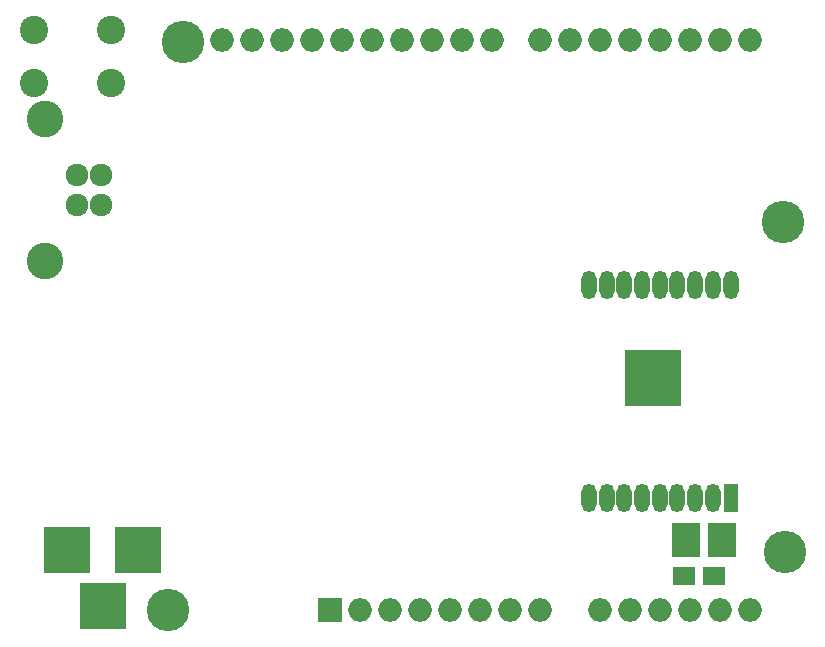
<source format=gbs>
G04 #@! TF.GenerationSoftware,KiCad,Pcbnew,(2017-11-08 revision cd21218)-HEAD*
G04 #@! TF.CreationDate,2018-02-07T13:52:32+02:00*
G04 #@! TF.ProjectId,esp8266_uno,657370383236365F756E6F2E6B696361,rev?*
G04 #@! TF.SameCoordinates,Original*
G04 #@! TF.FileFunction,Soldermask,Bot*
G04 #@! TF.FilePolarity,Negative*
%FSLAX46Y46*%
G04 Gerber Fmt 4.6, Leading zero omitted, Abs format (unit mm)*
G04 Created by KiCad (PCBNEW (2017-11-08 revision cd21218)-HEAD) date Wed Feb  7 13:52:32 2018*
%MOMM*%
%LPD*%
G01*
G04 APERTURE LIST*
%ADD10O,1.300000X2.400000*%
%ADD11R,1.300000X2.400000*%
%ADD12R,4.700000X4.700000*%
%ADD13R,3.900000X3.900000*%
%ADD14O,2.000000X2.000000*%
%ADD15R,2.000000X2.000000*%
%ADD16C,1.920000*%
%ADD17C,3.100000*%
%ADD18C,3.600000*%
%ADD19C,2.400000*%
%ADD20R,1.900000X1.650000*%
%ADD21R,2.350000X2.900000*%
G04 APERTURE END LIST*
D10*
X160720000Y-102904000D03*
X160720000Y-120904000D03*
D11*
X172720000Y-120904000D03*
D10*
X171220000Y-120904000D03*
X169720000Y-120904000D03*
X168220000Y-120904000D03*
X166720000Y-120904000D03*
X165220000Y-120904000D03*
X163720000Y-120904000D03*
X162220000Y-120904000D03*
X162220000Y-102904000D03*
X163720000Y-102904000D03*
X165220000Y-102904000D03*
X166720000Y-102904000D03*
X168220000Y-102904000D03*
X169720000Y-102904000D03*
X171220000Y-102904000D03*
X172720000Y-102904000D03*
D12*
X166140000Y-110784000D03*
D13*
X122555000Y-125349000D03*
X116555000Y-125349000D03*
X119555000Y-130049000D03*
D14*
X129671000Y-82169000D03*
X132211000Y-82169000D03*
D15*
X138811000Y-130429000D03*
D14*
X169291000Y-82169000D03*
X141351000Y-130429000D03*
X166751000Y-82169000D03*
X143891000Y-130429000D03*
X164211000Y-82169000D03*
X146431000Y-130429000D03*
X161671000Y-82169000D03*
X148971000Y-130429000D03*
X159131000Y-82169000D03*
X151511000Y-130429000D03*
X156591000Y-82169000D03*
X154051000Y-130429000D03*
X152531000Y-82169000D03*
X156591000Y-130429000D03*
X149991000Y-82169000D03*
X161671000Y-130429000D03*
X147451000Y-82169000D03*
X164211000Y-130429000D03*
X144911000Y-82169000D03*
X166751000Y-130429000D03*
X142371000Y-82169000D03*
X169291000Y-130429000D03*
X139831000Y-82169000D03*
X171831000Y-130429000D03*
X137291000Y-82169000D03*
X174371000Y-130429000D03*
X134751000Y-82169000D03*
X174371000Y-82169000D03*
X171831000Y-82169000D03*
D16*
X119380000Y-93599000D03*
X119380000Y-96139000D03*
X117380000Y-96139000D03*
X117380000Y-93599000D03*
D17*
X114680000Y-88869000D03*
X114680000Y-100869000D03*
D18*
X125095000Y-130429000D03*
X126365000Y-82296000D03*
X177165000Y-97536000D03*
X177292000Y-125476000D03*
D19*
X113728500Y-85780000D03*
X113728500Y-81280000D03*
X120228500Y-85780000D03*
X120228500Y-81280000D03*
D20*
X168803000Y-127508000D03*
X171303000Y-127508000D03*
D21*
X171959000Y-124460000D03*
X168909000Y-124460000D03*
M02*

</source>
